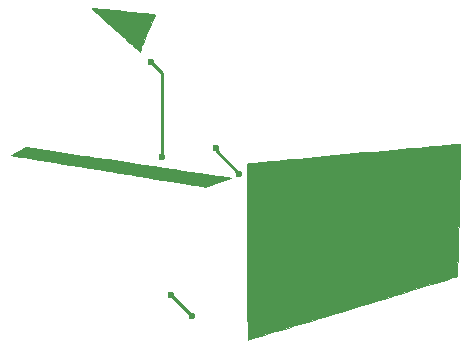
<source format=gbr>
G04 #@! TF.GenerationSoftware,KiCad,Pcbnew,8.0.3*
G04 #@! TF.CreationDate,2024-07-15T14:19:07-05:00*
G04 #@! TF.ProjectId,DumpsterElectroFire,44756d70-7374-4657-9245-6c656374726f,rev?*
G04 #@! TF.SameCoordinates,Original*
G04 #@! TF.FileFunction,Copper,L1,Top*
G04 #@! TF.FilePolarity,Positive*
%FSLAX46Y46*%
G04 Gerber Fmt 4.6, Leading zero omitted, Abs format (unit mm)*
G04 Created by KiCad (PCBNEW 8.0.3) date 2024-07-15 14:19:07*
%MOMM*%
%LPD*%
G01*
G04 APERTURE LIST*
G04 #@! TA.AperFunction,EtchedComponent*
%ADD10C,0.010000*%
G04 #@! TD*
G04 #@! TA.AperFunction,ViaPad*
%ADD11C,0.600000*%
G04 #@! TD*
G04 #@! TA.AperFunction,Conductor*
%ADD12C,0.250000*%
G04 #@! TD*
G04 APERTURE END LIST*
D10*
X163691254Y-108000342D02*
X163692075Y-108124373D01*
X163690973Y-108320962D01*
X163688084Y-108584071D01*
X163683543Y-108907664D01*
X163677487Y-109285704D01*
X163670052Y-109712156D01*
X163661372Y-110180982D01*
X163651586Y-110686146D01*
X163640828Y-111221611D01*
X163629234Y-111781342D01*
X163616941Y-112359301D01*
X163604085Y-112949453D01*
X163590801Y-113545760D01*
X163577226Y-114142186D01*
X163563495Y-114732695D01*
X163549744Y-115311251D01*
X163536111Y-115871816D01*
X163522729Y-116408355D01*
X163509737Y-116914831D01*
X163497269Y-117385207D01*
X163485461Y-117813447D01*
X163474450Y-118193514D01*
X163464371Y-118519373D01*
X163455361Y-118784986D01*
X163447555Y-118984317D01*
X163441090Y-119111330D01*
X163436102Y-119159988D01*
X163435922Y-119160231D01*
X163393588Y-119174635D01*
X163274707Y-119212189D01*
X163083773Y-119271531D01*
X162825278Y-119351294D01*
X162503716Y-119450115D01*
X162123579Y-119566630D01*
X161689362Y-119699474D01*
X161205557Y-119847284D01*
X160676657Y-120008694D01*
X160107156Y-120182340D01*
X159501546Y-120366859D01*
X158864321Y-120560885D01*
X158199974Y-120763055D01*
X157512997Y-120972005D01*
X156807885Y-121186369D01*
X156089130Y-121404784D01*
X155361226Y-121625885D01*
X154628665Y-121848309D01*
X153895941Y-122070690D01*
X153167547Y-122291664D01*
X152447975Y-122509868D01*
X151741720Y-122723937D01*
X151053274Y-122932506D01*
X150387130Y-123134212D01*
X149747782Y-123327689D01*
X149139723Y-123511574D01*
X148567445Y-123684503D01*
X148035443Y-123845110D01*
X147548208Y-123992033D01*
X147110235Y-124123906D01*
X146726016Y-124239365D01*
X146400045Y-124337046D01*
X146136814Y-124415585D01*
X145940817Y-124473617D01*
X145840687Y-124502850D01*
X145728873Y-124535116D01*
X145703799Y-123555142D01*
X145700807Y-123399380D01*
X145697701Y-123164499D01*
X145694513Y-122856045D01*
X145691274Y-122479565D01*
X145688014Y-122040605D01*
X145684763Y-121544712D01*
X145681553Y-120997433D01*
X145678414Y-120404315D01*
X145675376Y-119770904D01*
X145672471Y-119102747D01*
X145669729Y-118405391D01*
X145667181Y-117684383D01*
X145664857Y-116945270D01*
X145662788Y-116193597D01*
X145662520Y-116087584D01*
X145660399Y-115217887D01*
X145658608Y-114428963D01*
X145657180Y-113716917D01*
X145656146Y-113077855D01*
X145655536Y-112507882D01*
X145655383Y-112003105D01*
X145655717Y-111559630D01*
X145656571Y-111173562D01*
X145657975Y-110841007D01*
X145659960Y-110558072D01*
X145662559Y-110320862D01*
X145665802Y-110125483D01*
X145669721Y-109968041D01*
X145674347Y-109844642D01*
X145679711Y-109751391D01*
X145685846Y-109684396D01*
X145692781Y-109639761D01*
X145700549Y-109613592D01*
X145709181Y-109601996D01*
X145714741Y-109600413D01*
X145762916Y-109596592D01*
X145891481Y-109585290D01*
X146096521Y-109566867D01*
X146374124Y-109541683D01*
X146720375Y-109510099D01*
X147131363Y-109472475D01*
X147603172Y-109429172D01*
X148131891Y-109380550D01*
X148713604Y-109326970D01*
X149344400Y-109268792D01*
X150020364Y-109206376D01*
X150737584Y-109140083D01*
X151492145Y-109070273D01*
X152280134Y-108997307D01*
X153097638Y-108921545D01*
X153940743Y-108843347D01*
X154728459Y-108770232D01*
X155590666Y-108690251D01*
X156430389Y-108612508D01*
X157243746Y-108537354D01*
X158026853Y-108465145D01*
X158775829Y-108396232D01*
X159486793Y-108330970D01*
X160155861Y-108269712D01*
X160779151Y-108212810D01*
X161352783Y-108160618D01*
X161872872Y-108113490D01*
X162335538Y-108071779D01*
X162736898Y-108035837D01*
X163073069Y-108006018D01*
X163340171Y-107982676D01*
X163534320Y-107966163D01*
X163651635Y-107956834D01*
X163688373Y-107954903D01*
X163691254Y-108000342D01*
G04 #@! TA.AperFunction,EtchedComponent*
G36*
X163691254Y-108000342D02*
G01*
X163692075Y-108124373D01*
X163690973Y-108320962D01*
X163688084Y-108584071D01*
X163683543Y-108907664D01*
X163677487Y-109285704D01*
X163670052Y-109712156D01*
X163661372Y-110180982D01*
X163651586Y-110686146D01*
X163640828Y-111221611D01*
X163629234Y-111781342D01*
X163616941Y-112359301D01*
X163604085Y-112949453D01*
X163590801Y-113545760D01*
X163577226Y-114142186D01*
X163563495Y-114732695D01*
X163549744Y-115311251D01*
X163536111Y-115871816D01*
X163522729Y-116408355D01*
X163509737Y-116914831D01*
X163497269Y-117385207D01*
X163485461Y-117813447D01*
X163474450Y-118193514D01*
X163464371Y-118519373D01*
X163455361Y-118784986D01*
X163447555Y-118984317D01*
X163441090Y-119111330D01*
X163436102Y-119159988D01*
X163435922Y-119160231D01*
X163393588Y-119174635D01*
X163274707Y-119212189D01*
X163083773Y-119271531D01*
X162825278Y-119351294D01*
X162503716Y-119450115D01*
X162123579Y-119566630D01*
X161689362Y-119699474D01*
X161205557Y-119847284D01*
X160676657Y-120008694D01*
X160107156Y-120182340D01*
X159501546Y-120366859D01*
X158864321Y-120560885D01*
X158199974Y-120763055D01*
X157512997Y-120972005D01*
X156807885Y-121186369D01*
X156089130Y-121404784D01*
X155361226Y-121625885D01*
X154628665Y-121848309D01*
X153895941Y-122070690D01*
X153167547Y-122291664D01*
X152447975Y-122509868D01*
X151741720Y-122723937D01*
X151053274Y-122932506D01*
X150387130Y-123134212D01*
X149747782Y-123327689D01*
X149139723Y-123511574D01*
X148567445Y-123684503D01*
X148035443Y-123845110D01*
X147548208Y-123992033D01*
X147110235Y-124123906D01*
X146726016Y-124239365D01*
X146400045Y-124337046D01*
X146136814Y-124415585D01*
X145940817Y-124473617D01*
X145840687Y-124502850D01*
X145728873Y-124535116D01*
X145703799Y-123555142D01*
X145700807Y-123399380D01*
X145697701Y-123164499D01*
X145694513Y-122856045D01*
X145691274Y-122479565D01*
X145688014Y-122040605D01*
X145684763Y-121544712D01*
X145681553Y-120997433D01*
X145678414Y-120404315D01*
X145675376Y-119770904D01*
X145672471Y-119102747D01*
X145669729Y-118405391D01*
X145667181Y-117684383D01*
X145664857Y-116945270D01*
X145662788Y-116193597D01*
X145662520Y-116087584D01*
X145660399Y-115217887D01*
X145658608Y-114428963D01*
X145657180Y-113716917D01*
X145656146Y-113077855D01*
X145655536Y-112507882D01*
X145655383Y-112003105D01*
X145655717Y-111559630D01*
X145656571Y-111173562D01*
X145657975Y-110841007D01*
X145659960Y-110558072D01*
X145662559Y-110320862D01*
X145665802Y-110125483D01*
X145669721Y-109968041D01*
X145674347Y-109844642D01*
X145679711Y-109751391D01*
X145685846Y-109684396D01*
X145692781Y-109639761D01*
X145700549Y-109613592D01*
X145709181Y-109601996D01*
X145714741Y-109600413D01*
X145762916Y-109596592D01*
X145891481Y-109585290D01*
X146096521Y-109566867D01*
X146374124Y-109541683D01*
X146720375Y-109510099D01*
X147131363Y-109472475D01*
X147603172Y-109429172D01*
X148131891Y-109380550D01*
X148713604Y-109326970D01*
X149344400Y-109268792D01*
X150020364Y-109206376D01*
X150737584Y-109140083D01*
X151492145Y-109070273D01*
X152280134Y-108997307D01*
X153097638Y-108921545D01*
X153940743Y-108843347D01*
X154728459Y-108770232D01*
X155590666Y-108690251D01*
X156430389Y-108612508D01*
X157243746Y-108537354D01*
X158026853Y-108465145D01*
X158775829Y-108396232D01*
X159486793Y-108330970D01*
X160155861Y-108269712D01*
X160779151Y-108212810D01*
X161352783Y-108160618D01*
X161872872Y-108113490D01*
X162335538Y-108071779D01*
X162736898Y-108035837D01*
X163073069Y-108006018D01*
X163340171Y-107982676D01*
X163534320Y-107966163D01*
X163651635Y-107956834D01*
X163688373Y-107954903D01*
X163691254Y-108000342D01*
G37*
G04 #@! TD.AperFunction*
X129206568Y-108586157D02*
X129688989Y-108658097D01*
X130190044Y-108732787D01*
X130695092Y-108808046D01*
X131189490Y-108881693D01*
X131658599Y-108951548D01*
X132087776Y-109015431D01*
X132462381Y-109071159D01*
X132765667Y-109116241D01*
X133847693Y-109277038D01*
X134891478Y-109432264D01*
X135894405Y-109581529D01*
X136853860Y-109724439D01*
X137767227Y-109860604D01*
X138631892Y-109989630D01*
X139445238Y-110111126D01*
X140204651Y-110224700D01*
X140907516Y-110329960D01*
X141551218Y-110426513D01*
X142133141Y-110513967D01*
X142650670Y-110591931D01*
X143101190Y-110660013D01*
X143482086Y-110717819D01*
X143790742Y-110764959D01*
X144024544Y-110801040D01*
X144180876Y-110825670D01*
X144257123Y-110838457D01*
X144264619Y-110840174D01*
X144233479Y-110859695D01*
X144134376Y-110901384D01*
X143979758Y-110960907D01*
X143782074Y-111033926D01*
X143553771Y-111116105D01*
X143307298Y-111203110D01*
X143055103Y-111290603D01*
X142809634Y-111374248D01*
X142583340Y-111449710D01*
X142388667Y-111512651D01*
X142238066Y-111558737D01*
X142143983Y-111583631D01*
X142121334Y-111586752D01*
X142069452Y-111579528D01*
X141938066Y-111559423D01*
X141731249Y-111527091D01*
X141453074Y-111483183D01*
X141107614Y-111428352D01*
X140698942Y-111363250D01*
X140231133Y-111288531D01*
X139708259Y-111204847D01*
X139134394Y-111112850D01*
X138513612Y-111013194D01*
X137849984Y-110906530D01*
X137147586Y-110793511D01*
X136410490Y-110674791D01*
X135642769Y-110551021D01*
X134848497Y-110422854D01*
X134031748Y-110290942D01*
X133855813Y-110262512D01*
X133036456Y-110129979D01*
X132239679Y-110000868D01*
X131469487Y-109875837D01*
X130729884Y-109755545D01*
X130024875Y-109640651D01*
X129358465Y-109531813D01*
X128734659Y-109429690D01*
X128157461Y-109334940D01*
X127630877Y-109248223D01*
X127158910Y-109170196D01*
X126745566Y-109101519D01*
X126394850Y-109042851D01*
X126110766Y-108994849D01*
X125897319Y-108958172D01*
X125758514Y-108933480D01*
X125698355Y-108921431D01*
X125696063Y-108920506D01*
X125731622Y-108894152D01*
X125830072Y-108836032D01*
X125979007Y-108753095D01*
X126166022Y-108652289D01*
X126317318Y-108572530D01*
X126938635Y-108247881D01*
X129206568Y-108586157D01*
G04 #@! TA.AperFunction,EtchedComponent*
G36*
X129206568Y-108586157D02*
G01*
X129688989Y-108658097D01*
X130190044Y-108732787D01*
X130695092Y-108808046D01*
X131189490Y-108881693D01*
X131658599Y-108951548D01*
X132087776Y-109015431D01*
X132462381Y-109071159D01*
X132765667Y-109116241D01*
X133847693Y-109277038D01*
X134891478Y-109432264D01*
X135894405Y-109581529D01*
X136853860Y-109724439D01*
X137767227Y-109860604D01*
X138631892Y-109989630D01*
X139445238Y-110111126D01*
X140204651Y-110224700D01*
X140907516Y-110329960D01*
X141551218Y-110426513D01*
X142133141Y-110513967D01*
X142650670Y-110591931D01*
X143101190Y-110660013D01*
X143482086Y-110717819D01*
X143790742Y-110764959D01*
X144024544Y-110801040D01*
X144180876Y-110825670D01*
X144257123Y-110838457D01*
X144264619Y-110840174D01*
X144233479Y-110859695D01*
X144134376Y-110901384D01*
X143979758Y-110960907D01*
X143782074Y-111033926D01*
X143553771Y-111116105D01*
X143307298Y-111203110D01*
X143055103Y-111290603D01*
X142809634Y-111374248D01*
X142583340Y-111449710D01*
X142388667Y-111512651D01*
X142238066Y-111558737D01*
X142143983Y-111583631D01*
X142121334Y-111586752D01*
X142069452Y-111579528D01*
X141938066Y-111559423D01*
X141731249Y-111527091D01*
X141453074Y-111483183D01*
X141107614Y-111428352D01*
X140698942Y-111363250D01*
X140231133Y-111288531D01*
X139708259Y-111204847D01*
X139134394Y-111112850D01*
X138513612Y-111013194D01*
X137849984Y-110906530D01*
X137147586Y-110793511D01*
X136410490Y-110674791D01*
X135642769Y-110551021D01*
X134848497Y-110422854D01*
X134031748Y-110290942D01*
X133855813Y-110262512D01*
X133036456Y-110129979D01*
X132239679Y-110000868D01*
X131469487Y-109875837D01*
X130729884Y-109755545D01*
X130024875Y-109640651D01*
X129358465Y-109531813D01*
X128734659Y-109429690D01*
X128157461Y-109334940D01*
X127630877Y-109248223D01*
X127158910Y-109170196D01*
X126745566Y-109101519D01*
X126394850Y-109042851D01*
X126110766Y-108994849D01*
X125897319Y-108958172D01*
X125758514Y-108933480D01*
X125698355Y-108921431D01*
X125696063Y-108920506D01*
X125731622Y-108894152D01*
X125830072Y-108836032D01*
X125979007Y-108753095D01*
X126166022Y-108652289D01*
X126317318Y-108572530D01*
X126938635Y-108247881D01*
X129206568Y-108586157D01*
G37*
G04 #@! TD.AperFunction*
X132559781Y-96445439D02*
X132690230Y-96455994D01*
X132890007Y-96474169D01*
X133151689Y-96499229D01*
X133467852Y-96530442D01*
X133831071Y-96567072D01*
X134233922Y-96608386D01*
X134668980Y-96653650D01*
X135128823Y-96702130D01*
X135182420Y-96707821D01*
X135643175Y-96756732D01*
X136078841Y-96802886D01*
X136482150Y-96845519D01*
X136845830Y-96883867D01*
X137162612Y-96917166D01*
X137425226Y-96944652D01*
X137626401Y-96965561D01*
X137758869Y-96979129D01*
X137815357Y-96984592D01*
X137816739Y-96984667D01*
X137845167Y-97016861D01*
X137845667Y-97024167D01*
X137829210Y-97071162D01*
X137782525Y-97186124D01*
X137709644Y-97359594D01*
X137614595Y-97582112D01*
X137501409Y-97844218D01*
X137374117Y-98136455D01*
X137291067Y-98325917D01*
X137131204Y-98690401D01*
X137002048Y-98987020D01*
X136899911Y-99225276D01*
X136821107Y-99414671D01*
X136761948Y-99564705D01*
X136718749Y-99684880D01*
X136687822Y-99784698D01*
X136665480Y-99873661D01*
X136648036Y-99961269D01*
X136641119Y-100000917D01*
X136616913Y-100101720D01*
X136590423Y-100154058D01*
X136584332Y-100156250D01*
X136548507Y-100128112D01*
X136455060Y-100048038D01*
X136309299Y-99920730D01*
X136116531Y-99750895D01*
X135882064Y-99543236D01*
X135611205Y-99302458D01*
X135309262Y-99033265D01*
X134981544Y-98740363D01*
X134633357Y-98428456D01*
X134494822Y-98304166D01*
X134054149Y-97907503D01*
X133665043Y-97554892D01*
X133329150Y-97247874D01*
X133048120Y-96987993D01*
X132823600Y-96776790D01*
X132657238Y-96615807D01*
X132550681Y-96506585D01*
X132505578Y-96450668D01*
X132506087Y-96443237D01*
X132559781Y-96445439D01*
G04 #@! TA.AperFunction,EtchedComponent*
G36*
X132559781Y-96445439D02*
G01*
X132690230Y-96455994D01*
X132890007Y-96474169D01*
X133151689Y-96499229D01*
X133467852Y-96530442D01*
X133831071Y-96567072D01*
X134233922Y-96608386D01*
X134668980Y-96653650D01*
X135128823Y-96702130D01*
X135182420Y-96707821D01*
X135643175Y-96756732D01*
X136078841Y-96802886D01*
X136482150Y-96845519D01*
X136845830Y-96883867D01*
X137162612Y-96917166D01*
X137425226Y-96944652D01*
X137626401Y-96965561D01*
X137758869Y-96979129D01*
X137815357Y-96984592D01*
X137816739Y-96984667D01*
X137845167Y-97016861D01*
X137845667Y-97024167D01*
X137829210Y-97071162D01*
X137782525Y-97186124D01*
X137709644Y-97359594D01*
X137614595Y-97582112D01*
X137501409Y-97844218D01*
X137374117Y-98136455D01*
X137291067Y-98325917D01*
X137131204Y-98690401D01*
X137002048Y-98987020D01*
X136899911Y-99225276D01*
X136821107Y-99414671D01*
X136761948Y-99564705D01*
X136718749Y-99684880D01*
X136687822Y-99784698D01*
X136665480Y-99873661D01*
X136648036Y-99961269D01*
X136641119Y-100000917D01*
X136616913Y-100101720D01*
X136590423Y-100154058D01*
X136584332Y-100156250D01*
X136548507Y-100128112D01*
X136455060Y-100048038D01*
X136309299Y-99920730D01*
X136116531Y-99750895D01*
X135882064Y-99543236D01*
X135611205Y-99302458D01*
X135309262Y-99033265D01*
X134981544Y-98740363D01*
X134633357Y-98428456D01*
X134494822Y-98304166D01*
X134054149Y-97907503D01*
X133665043Y-97554892D01*
X133329150Y-97247874D01*
X133048120Y-96987993D01*
X132823600Y-96776790D01*
X132657238Y-96615807D01*
X132550681Y-96506585D01*
X132505578Y-96450668D01*
X132506087Y-96443237D01*
X132559781Y-96445439D01*
G37*
G04 #@! TD.AperFunction*
D11*
X138450559Y-109049441D03*
X137500000Y-101000000D03*
X143000000Y-108325000D03*
X145000000Y-110500000D03*
X141000000Y-122500000D03*
X139250000Y-120750000D03*
D12*
X138450559Y-101950559D02*
X137500000Y-101000000D01*
X138450559Y-109049441D02*
X138450559Y-101950559D01*
X145000000Y-110500000D02*
X143000000Y-108500000D01*
X143000000Y-108500000D02*
X143000000Y-108325000D01*
X139250000Y-120750000D02*
X141000000Y-122500000D01*
M02*

</source>
